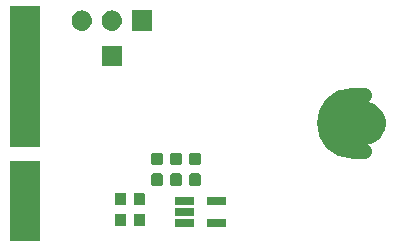
<source format=gbr>
G04 #@! TF.GenerationSoftware,KiCad,Pcbnew,5.1.4-3.fc30*
G04 #@! TF.CreationDate,2020-01-13T02:26:48-05:00*
G04 #@! TF.ProjectId,librem5-m2-breakout,6c696272-656d-4352-9d6d-322d62726561,v0.5.0*
G04 #@! TF.SameCoordinates,Original*
G04 #@! TF.FileFunction,Soldermask,Bot*
G04 #@! TF.FilePolarity,Negative*
%FSLAX46Y46*%
G04 Gerber Fmt 4.6, Leading zero omitted, Abs format (unit mm)*
G04 Created by KiCad (PCBNEW 5.1.4-3.fc30) date 2020-01-13 02:26:48*
%MOMM*%
%LPD*%
G04 APERTURE LIST*
%ADD10C,1.250000*%
%ADD11C,1.000000*%
%ADD12C,0.100000*%
G04 APERTURE END LIST*
D10*
X147850000Y-92625000D02*
G75*
G03X147850000Y-97375000I0J-2375000D01*
G01*
X147850000Y-97375000D02*
X148850000Y-97375000D01*
X147850000Y-92625000D02*
X148850000Y-92625000D01*
D11*
X148850000Y-92750000D02*
G75*
G03X148850000Y-97250000I0J-2250000D01*
G01*
D12*
G36*
X121425000Y-104925000D02*
G01*
X118850000Y-104925000D01*
X118850000Y-98225000D01*
X121425000Y-98225000D01*
X121425000Y-104925000D01*
X121425000Y-104925000D01*
G37*
G36*
X137140000Y-103785000D02*
G01*
X135560000Y-103785000D01*
X135560000Y-103115000D01*
X137140000Y-103115000D01*
X137140000Y-103785000D01*
X137140000Y-103785000D01*
G37*
G36*
X134440000Y-103785000D02*
G01*
X132860000Y-103785000D01*
X132860000Y-103115000D01*
X134440000Y-103115000D01*
X134440000Y-103785000D01*
X134440000Y-103785000D01*
G37*
G36*
X130139997Y-102644051D02*
G01*
X130173652Y-102654261D01*
X130204665Y-102670838D01*
X130231851Y-102693149D01*
X130254162Y-102720335D01*
X130270739Y-102751348D01*
X130280949Y-102785003D01*
X130285000Y-102826138D01*
X130285000Y-103523862D01*
X130280949Y-103564997D01*
X130270739Y-103598652D01*
X130254162Y-103629665D01*
X130231851Y-103656851D01*
X130204665Y-103679162D01*
X130173652Y-103695739D01*
X130139997Y-103705949D01*
X130098862Y-103710000D01*
X129501138Y-103710000D01*
X129460003Y-103705949D01*
X129426348Y-103695739D01*
X129395335Y-103679162D01*
X129368149Y-103656851D01*
X129345838Y-103629665D01*
X129329261Y-103598652D01*
X129319051Y-103564997D01*
X129315000Y-103523862D01*
X129315000Y-102826138D01*
X129319051Y-102785003D01*
X129329261Y-102751348D01*
X129345838Y-102720335D01*
X129368149Y-102693149D01*
X129395335Y-102670838D01*
X129426348Y-102654261D01*
X129460003Y-102644051D01*
X129501138Y-102640000D01*
X130098862Y-102640000D01*
X130139997Y-102644051D01*
X130139997Y-102644051D01*
G37*
G36*
X128539997Y-102644051D02*
G01*
X128573652Y-102654261D01*
X128604665Y-102670838D01*
X128631851Y-102693149D01*
X128654162Y-102720335D01*
X128670739Y-102751348D01*
X128680949Y-102785003D01*
X128685000Y-102826138D01*
X128685000Y-103523862D01*
X128680949Y-103564997D01*
X128670739Y-103598652D01*
X128654162Y-103629665D01*
X128631851Y-103656851D01*
X128604665Y-103679162D01*
X128573652Y-103695739D01*
X128539997Y-103705949D01*
X128498862Y-103710000D01*
X127901138Y-103710000D01*
X127860003Y-103705949D01*
X127826348Y-103695739D01*
X127795335Y-103679162D01*
X127768149Y-103656851D01*
X127745838Y-103629665D01*
X127729261Y-103598652D01*
X127719051Y-103564997D01*
X127715000Y-103523862D01*
X127715000Y-102826138D01*
X127719051Y-102785003D01*
X127729261Y-102751348D01*
X127745838Y-102720335D01*
X127768149Y-102693149D01*
X127795335Y-102670838D01*
X127826348Y-102654261D01*
X127860003Y-102644051D01*
X127901138Y-102640000D01*
X128498862Y-102640000D01*
X128539997Y-102644051D01*
X128539997Y-102644051D01*
G37*
G36*
X134440000Y-102835000D02*
G01*
X132860000Y-102835000D01*
X132860000Y-102165000D01*
X134440000Y-102165000D01*
X134440000Y-102835000D01*
X134440000Y-102835000D01*
G37*
G36*
X128539997Y-100894051D02*
G01*
X128573652Y-100904261D01*
X128604665Y-100920838D01*
X128631851Y-100943149D01*
X128654162Y-100970335D01*
X128670739Y-101001348D01*
X128680949Y-101035003D01*
X128685000Y-101076138D01*
X128685000Y-101773862D01*
X128680949Y-101814997D01*
X128670739Y-101848652D01*
X128654162Y-101879665D01*
X128631851Y-101906851D01*
X128604665Y-101929162D01*
X128573652Y-101945739D01*
X128539997Y-101955949D01*
X128498862Y-101960000D01*
X127901138Y-101960000D01*
X127860003Y-101955949D01*
X127826348Y-101945739D01*
X127795335Y-101929162D01*
X127768149Y-101906851D01*
X127745838Y-101879665D01*
X127729261Y-101848652D01*
X127719051Y-101814997D01*
X127715000Y-101773862D01*
X127715000Y-101076138D01*
X127719051Y-101035003D01*
X127729261Y-101001348D01*
X127745838Y-100970335D01*
X127768149Y-100943149D01*
X127795335Y-100920838D01*
X127826348Y-100904261D01*
X127860003Y-100894051D01*
X127901138Y-100890000D01*
X128498862Y-100890000D01*
X128539997Y-100894051D01*
X128539997Y-100894051D01*
G37*
G36*
X130139997Y-100894051D02*
G01*
X130173652Y-100904261D01*
X130204665Y-100920838D01*
X130231851Y-100943149D01*
X130254162Y-100970335D01*
X130270739Y-101001348D01*
X130280949Y-101035003D01*
X130285000Y-101076138D01*
X130285000Y-101773862D01*
X130280949Y-101814997D01*
X130270739Y-101848652D01*
X130254162Y-101879665D01*
X130231851Y-101906851D01*
X130204665Y-101929162D01*
X130173652Y-101945739D01*
X130139997Y-101955949D01*
X130098862Y-101960000D01*
X129501138Y-101960000D01*
X129460003Y-101955949D01*
X129426348Y-101945739D01*
X129395335Y-101929162D01*
X129368149Y-101906851D01*
X129345838Y-101879665D01*
X129329261Y-101848652D01*
X129319051Y-101814997D01*
X129315000Y-101773862D01*
X129315000Y-101076138D01*
X129319051Y-101035003D01*
X129329261Y-101001348D01*
X129345838Y-100970335D01*
X129368149Y-100943149D01*
X129395335Y-100920838D01*
X129426348Y-100904261D01*
X129460003Y-100894051D01*
X129501138Y-100890000D01*
X130098862Y-100890000D01*
X130139997Y-100894051D01*
X130139997Y-100894051D01*
G37*
G36*
X137140000Y-101885000D02*
G01*
X135560000Y-101885000D01*
X135560000Y-101215000D01*
X137140000Y-101215000D01*
X137140000Y-101885000D01*
X137140000Y-101885000D01*
G37*
G36*
X134440000Y-101885000D02*
G01*
X132860000Y-101885000D01*
X132860000Y-101215000D01*
X134440000Y-101215000D01*
X134440000Y-101885000D01*
X134440000Y-101885000D01*
G37*
G36*
X133239997Y-99244051D02*
G01*
X133273652Y-99254261D01*
X133304665Y-99270838D01*
X133331851Y-99293149D01*
X133354162Y-99320335D01*
X133370739Y-99351348D01*
X133380949Y-99385003D01*
X133385000Y-99426138D01*
X133385000Y-100123862D01*
X133380949Y-100164997D01*
X133370739Y-100198652D01*
X133354162Y-100229665D01*
X133331851Y-100256851D01*
X133304665Y-100279162D01*
X133273652Y-100295739D01*
X133239997Y-100305949D01*
X133198862Y-100310000D01*
X132601138Y-100310000D01*
X132560003Y-100305949D01*
X132526348Y-100295739D01*
X132495335Y-100279162D01*
X132468149Y-100256851D01*
X132445838Y-100229665D01*
X132429261Y-100198652D01*
X132419051Y-100164997D01*
X132415000Y-100123862D01*
X132415000Y-99426138D01*
X132419051Y-99385003D01*
X132429261Y-99351348D01*
X132445838Y-99320335D01*
X132468149Y-99293149D01*
X132495335Y-99270838D01*
X132526348Y-99254261D01*
X132560003Y-99244051D01*
X132601138Y-99240000D01*
X133198862Y-99240000D01*
X133239997Y-99244051D01*
X133239997Y-99244051D01*
G37*
G36*
X131639997Y-99244051D02*
G01*
X131673652Y-99254261D01*
X131704665Y-99270838D01*
X131731851Y-99293149D01*
X131754162Y-99320335D01*
X131770739Y-99351348D01*
X131780949Y-99385003D01*
X131785000Y-99426138D01*
X131785000Y-100123862D01*
X131780949Y-100164997D01*
X131770739Y-100198652D01*
X131754162Y-100229665D01*
X131731851Y-100256851D01*
X131704665Y-100279162D01*
X131673652Y-100295739D01*
X131639997Y-100305949D01*
X131598862Y-100310000D01*
X131001138Y-100310000D01*
X130960003Y-100305949D01*
X130926348Y-100295739D01*
X130895335Y-100279162D01*
X130868149Y-100256851D01*
X130845838Y-100229665D01*
X130829261Y-100198652D01*
X130819051Y-100164997D01*
X130815000Y-100123862D01*
X130815000Y-99426138D01*
X130819051Y-99385003D01*
X130829261Y-99351348D01*
X130845838Y-99320335D01*
X130868149Y-99293149D01*
X130895335Y-99270838D01*
X130926348Y-99254261D01*
X130960003Y-99244051D01*
X131001138Y-99240000D01*
X131598862Y-99240000D01*
X131639997Y-99244051D01*
X131639997Y-99244051D01*
G37*
G36*
X134839997Y-99244051D02*
G01*
X134873652Y-99254261D01*
X134904665Y-99270838D01*
X134931851Y-99293149D01*
X134954162Y-99320335D01*
X134970739Y-99351348D01*
X134980949Y-99385003D01*
X134985000Y-99426138D01*
X134985000Y-100123862D01*
X134980949Y-100164997D01*
X134970739Y-100198652D01*
X134954162Y-100229665D01*
X134931851Y-100256851D01*
X134904665Y-100279162D01*
X134873652Y-100295739D01*
X134839997Y-100305949D01*
X134798862Y-100310000D01*
X134201138Y-100310000D01*
X134160003Y-100305949D01*
X134126348Y-100295739D01*
X134095335Y-100279162D01*
X134068149Y-100256851D01*
X134045838Y-100229665D01*
X134029261Y-100198652D01*
X134019051Y-100164997D01*
X134015000Y-100123862D01*
X134015000Y-99426138D01*
X134019051Y-99385003D01*
X134029261Y-99351348D01*
X134045838Y-99320335D01*
X134068149Y-99293149D01*
X134095335Y-99270838D01*
X134126348Y-99254261D01*
X134160003Y-99244051D01*
X134201138Y-99240000D01*
X134798862Y-99240000D01*
X134839997Y-99244051D01*
X134839997Y-99244051D01*
G37*
G36*
X131639997Y-97494051D02*
G01*
X131673652Y-97504261D01*
X131704665Y-97520838D01*
X131731851Y-97543149D01*
X131754162Y-97570335D01*
X131770739Y-97601348D01*
X131780949Y-97635003D01*
X131785000Y-97676138D01*
X131785000Y-98373862D01*
X131780949Y-98414997D01*
X131770739Y-98448652D01*
X131754162Y-98479665D01*
X131731851Y-98506851D01*
X131704665Y-98529162D01*
X131673652Y-98545739D01*
X131639997Y-98555949D01*
X131598862Y-98560000D01*
X131001138Y-98560000D01*
X130960003Y-98555949D01*
X130926348Y-98545739D01*
X130895335Y-98529162D01*
X130868149Y-98506851D01*
X130845838Y-98479665D01*
X130829261Y-98448652D01*
X130819051Y-98414997D01*
X130815000Y-98373862D01*
X130815000Y-97676138D01*
X130819051Y-97635003D01*
X130829261Y-97601348D01*
X130845838Y-97570335D01*
X130868149Y-97543149D01*
X130895335Y-97520838D01*
X130926348Y-97504261D01*
X130960003Y-97494051D01*
X131001138Y-97490000D01*
X131598862Y-97490000D01*
X131639997Y-97494051D01*
X131639997Y-97494051D01*
G37*
G36*
X134839997Y-97494051D02*
G01*
X134873652Y-97504261D01*
X134904665Y-97520838D01*
X134931851Y-97543149D01*
X134954162Y-97570335D01*
X134970739Y-97601348D01*
X134980949Y-97635003D01*
X134985000Y-97676138D01*
X134985000Y-98373862D01*
X134980949Y-98414997D01*
X134970739Y-98448652D01*
X134954162Y-98479665D01*
X134931851Y-98506851D01*
X134904665Y-98529162D01*
X134873652Y-98545739D01*
X134839997Y-98555949D01*
X134798862Y-98560000D01*
X134201138Y-98560000D01*
X134160003Y-98555949D01*
X134126348Y-98545739D01*
X134095335Y-98529162D01*
X134068149Y-98506851D01*
X134045838Y-98479665D01*
X134029261Y-98448652D01*
X134019051Y-98414997D01*
X134015000Y-98373862D01*
X134015000Y-97676138D01*
X134019051Y-97635003D01*
X134029261Y-97601348D01*
X134045838Y-97570335D01*
X134068149Y-97543149D01*
X134095335Y-97520838D01*
X134126348Y-97504261D01*
X134160003Y-97494051D01*
X134201138Y-97490000D01*
X134798862Y-97490000D01*
X134839997Y-97494051D01*
X134839997Y-97494051D01*
G37*
G36*
X133239997Y-97494051D02*
G01*
X133273652Y-97504261D01*
X133304665Y-97520838D01*
X133331851Y-97543149D01*
X133354162Y-97570335D01*
X133370739Y-97601348D01*
X133380949Y-97635003D01*
X133385000Y-97676138D01*
X133385000Y-98373862D01*
X133380949Y-98414997D01*
X133370739Y-98448652D01*
X133354162Y-98479665D01*
X133331851Y-98506851D01*
X133304665Y-98529162D01*
X133273652Y-98545739D01*
X133239997Y-98555949D01*
X133198862Y-98560000D01*
X132601138Y-98560000D01*
X132560003Y-98555949D01*
X132526348Y-98545739D01*
X132495335Y-98529162D01*
X132468149Y-98506851D01*
X132445838Y-98479665D01*
X132429261Y-98448652D01*
X132419051Y-98414997D01*
X132415000Y-98373862D01*
X132415000Y-97676138D01*
X132419051Y-97635003D01*
X132429261Y-97601348D01*
X132445838Y-97570335D01*
X132468149Y-97543149D01*
X132495335Y-97520838D01*
X132526348Y-97504261D01*
X132560003Y-97494051D01*
X132601138Y-97490000D01*
X133198862Y-97490000D01*
X133239997Y-97494051D01*
X133239997Y-97494051D01*
G37*
G36*
X121425000Y-97025000D02*
G01*
X118850000Y-97025000D01*
X118850000Y-85075000D01*
X121425000Y-85075000D01*
X121425000Y-97025000D01*
X121425000Y-97025000D01*
G37*
G36*
X149206040Y-93210067D02*
G01*
X149382333Y-93245134D01*
X149519904Y-93302118D01*
X149714460Y-93382705D01*
X150013369Y-93582430D01*
X150267570Y-93836631D01*
X150467295Y-94135540D01*
X150604866Y-94467668D01*
X150675000Y-94820252D01*
X150675000Y-95179748D01*
X150604866Y-95532332D01*
X150467295Y-95864460D01*
X150267570Y-96163369D01*
X150013369Y-96417570D01*
X149714460Y-96617295D01*
X149519904Y-96697882D01*
X149382333Y-96754866D01*
X149206040Y-96789933D01*
X149029748Y-96825000D01*
X148670252Y-96825000D01*
X148493960Y-96789933D01*
X148317667Y-96754866D01*
X148180096Y-96697882D01*
X147985540Y-96617295D01*
X147686631Y-96417570D01*
X147432430Y-96163369D01*
X147232705Y-95864460D01*
X147095134Y-95532332D01*
X147025000Y-95179748D01*
X147025000Y-94820252D01*
X147095134Y-94467668D01*
X147232705Y-94135540D01*
X147432430Y-93836631D01*
X147686631Y-93582430D01*
X147985540Y-93382705D01*
X148180096Y-93302118D01*
X148317667Y-93245134D01*
X148493960Y-93210067D01*
X148670252Y-93175000D01*
X149029748Y-93175000D01*
X149206040Y-93210067D01*
X149206040Y-93210067D01*
G37*
G36*
X128320000Y-90160000D02*
G01*
X126600000Y-90160000D01*
X126600000Y-88440000D01*
X128320000Y-88440000D01*
X128320000Y-90160000D01*
X128320000Y-90160000D01*
G37*
G36*
X125088589Y-85452444D02*
G01*
X125250700Y-85501619D01*
X125400102Y-85581476D01*
X125531054Y-85688946D01*
X125638524Y-85819898D01*
X125718381Y-85969300D01*
X125767556Y-86131411D01*
X125784161Y-86300000D01*
X125767556Y-86468589D01*
X125718381Y-86630700D01*
X125638524Y-86780102D01*
X125531054Y-86911054D01*
X125400102Y-87018524D01*
X125250700Y-87098381D01*
X125088589Y-87147556D01*
X124962246Y-87160000D01*
X124877754Y-87160000D01*
X124751411Y-87147556D01*
X124589300Y-87098381D01*
X124439898Y-87018524D01*
X124308946Y-86911054D01*
X124201476Y-86780102D01*
X124121619Y-86630700D01*
X124072444Y-86468589D01*
X124055839Y-86300000D01*
X124072444Y-86131411D01*
X124121619Y-85969300D01*
X124201476Y-85819898D01*
X124308946Y-85688946D01*
X124439898Y-85581476D01*
X124589300Y-85501619D01*
X124751411Y-85452444D01*
X124877754Y-85440000D01*
X124962246Y-85440000D01*
X125088589Y-85452444D01*
X125088589Y-85452444D01*
G37*
G36*
X127628589Y-85452444D02*
G01*
X127790700Y-85501619D01*
X127940102Y-85581476D01*
X128071054Y-85688946D01*
X128178524Y-85819898D01*
X128258381Y-85969300D01*
X128307556Y-86131411D01*
X128324161Y-86300000D01*
X128307556Y-86468589D01*
X128258381Y-86630700D01*
X128178524Y-86780102D01*
X128071054Y-86911054D01*
X127940102Y-87018524D01*
X127790700Y-87098381D01*
X127628589Y-87147556D01*
X127502246Y-87160000D01*
X127417754Y-87160000D01*
X127291411Y-87147556D01*
X127129300Y-87098381D01*
X126979898Y-87018524D01*
X126848946Y-86911054D01*
X126741476Y-86780102D01*
X126661619Y-86630700D01*
X126612444Y-86468589D01*
X126595839Y-86300000D01*
X126612444Y-86131411D01*
X126661619Y-85969300D01*
X126741476Y-85819898D01*
X126848946Y-85688946D01*
X126979898Y-85581476D01*
X127129300Y-85501619D01*
X127291411Y-85452444D01*
X127417754Y-85440000D01*
X127502246Y-85440000D01*
X127628589Y-85452444D01*
X127628589Y-85452444D01*
G37*
G36*
X130860000Y-87160000D02*
G01*
X129140000Y-87160000D01*
X129140000Y-85440000D01*
X130860000Y-85440000D01*
X130860000Y-87160000D01*
X130860000Y-87160000D01*
G37*
M02*

</source>
